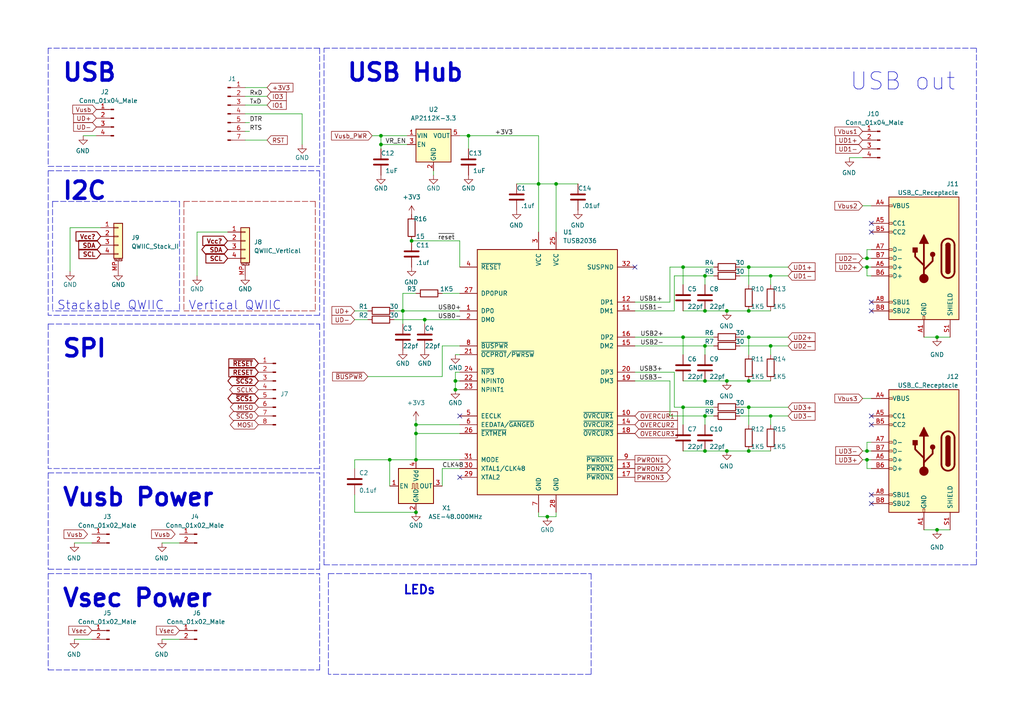
<source format=kicad_sch>
(kicad_sch (version 20211123) (generator eeschema)
  (paper "A4")
  (title_block (title "USB Hub") (rev "0.5.0") (company "The Nerd Mage"))
  (junction (at 251.46 77.47))
  (junction (at 251.46 74.93))
  (junction (at 328.93 129.54))
  (junction (at 119.38 69.85))
  (junction (at 161.29 53.34))
  (junction (at 204.47 110.49))
  (junction (at 123.19 92.71))
  (junction (at 113.03 133.35))
  (junction (at 210.82 90.17))
  (junction (at 132.08 113.03))
  (junction (at 251.46 133.35))
  (junction (at 328.93 64.77))
  (junction (at 217.17 77.47))
  (junction (at 335.28 69.85))
  (junction (at 110.49 41.91))
  (junction (at 320.04 87.63))
  (junction (at 217.17 110.49))
  (junction (at 271.78 97.79))
  (junction (at 198.12 97.79))
  (junction (at 120.65 148.59))
  (junction (at 217.17 118.11))
  (junction (at 223.52 100.33))
  (junction (at 271.78 153.67))
  (junction (at 328.93 96.52))
  (junction (at 328.93 120.65))
  (junction (at 204.47 120.65))
  (junction (at 116.84 90.17))
  (junction (at 198.12 118.11))
  (junction (at 120.65 133.35))
  (junction (at 335.28 134.62))
  (junction (at 110.49 39.37))
  (junction (at 320.04 120.65))
  (junction (at 132.08 110.49))
  (junction (at 198.12 77.47))
  (junction (at 217.17 90.17))
  (junction (at 156.21 53.34))
  (junction (at 217.17 130.81))
  (junction (at 223.52 120.65))
  (junction (at 210.82 110.49))
  (junction (at 328.93 55.88))
  (junction (at 223.52 80.01))
  (junction (at 120.65 123.19))
  (junction (at 217.17 97.79))
  (junction (at 204.47 100.33))
  (junction (at 204.47 80.01))
  (junction (at 320.04 55.88))
  (junction (at 135.89 39.37))
  (junction (at 335.28 101.6))
  (junction (at 120.65 125.73))
  (junction (at 210.82 130.81))
  (junction (at 328.93 87.63))
  (junction (at 204.47 90.17))
  (junction (at 251.46 130.81))
  (junction (at 158.75 149.86))
  (junction (at 204.47 130.81))
  (no_connect (at 252.73 90.17))
  (no_connect (at 184.15 77.47))
  (no_connect (at 252.73 123.19))
  (no_connect (at 252.73 67.31))
  (no_connect (at 133.35 138.43))
  (no_connect (at 252.73 64.77))
  (no_connect (at 252.73 120.65))
  (no_connect (at 252.73 146.05))
  (no_connect (at 252.73 143.51))
  (no_connect (at 133.35 120.65))
  (no_connect (at 252.73 87.63))
  (wire (pts (xy 132.08 107.95) (xy 132.08 110.49)))
  (wire (pts (xy 252.73 115.57) (xy 250.19 115.57)))
  (wire (pts (xy 214.63 77.47) (xy 217.17 77.47)))
  (wire (pts (xy 337.82 25.4) (xy 332.74 25.4)))
  (wire (pts (xy 252.73 130.81) (xy 251.46 130.81)))
  (wire (pts (xy 133.35 39.37) (xy 135.89 39.37)))
  (wire (pts (xy 204.47 80.01) (xy 204.47 82.55)))
  (wire (pts (xy 217.17 118.11) (xy 228.6 118.11)))
  (wire (pts (xy 328.93 120.65) (xy 336.55 120.65)))
  (wire (pts (xy 204.47 100.33) (xy 204.47 102.87)))
  (wire (pts (xy 110.49 41.91) (xy 110.49 43.18)))
  (wire (pts (xy 367.03 88.9) (xy 375.92 88.9)))
  (wire (pts (xy 320.04 55.88) (xy 328.93 55.88)))
  (polyline (pts (xy 95.25 166.37) (xy 171.45 166.37)))
  (wire (pts (xy 71.12 25.4) (xy 77.47 25.4)))
  (wire (pts (xy 367.03 138.43) (xy 375.92 138.43)))
  (wire (pts (xy 198.12 102.87) (xy 198.12 97.79)))
  (wire (pts (xy 132.08 113.03) (xy 133.35 113.03)))
  (wire (pts (xy 223.52 100.33) (xy 223.52 102.87)))
  (wire (pts (xy 336.55 87.63) (xy 336.55 88.9)))
  (wire (pts (xy 161.29 149.86) (xy 158.75 149.86)))
  (polyline (pts (xy 13.97 194.31) (xy 92.71 194.31)))
  (wire (pts (xy 313.69 96.52) (xy 328.93 96.52)))
  (wire (pts (xy 118.11 41.91) (xy 110.49 41.91)))
  (polyline (pts (xy 95.25 166.37) (xy 95.25 195.58)))
  (wire (pts (xy 156.21 53.34) (xy 156.21 67.31)))
  (wire (pts (xy 128.27 85.09) (xy 133.35 85.09)))
  (wire (pts (xy 198.12 123.19) (xy 198.12 118.11)))
  (polyline (pts (xy 92.71 194.31) (xy 92.71 166.37)))
  (wire (pts (xy 336.55 96.52) (xy 336.55 93.98)))
  (wire (pts (xy 184.15 97.79) (xy 198.12 97.79)))
  (polyline (pts (xy 92.71 91.44) (xy 13.97 91.44)))
  (wire (pts (xy 370.84 134.62) (xy 370.84 132.08)))
  (wire (pts (xy 328.93 55.88) (xy 336.55 55.88)))
  (wire (pts (xy 335.28 91.44) (xy 335.28 101.6)))
  (wire (pts (xy 335.28 59.69) (xy 335.28 69.85)))
  (polyline (pts (xy 53.34 58.42) (xy 91.44 58.42)) (stroke (width 0) (color 155 0 0 1)))
  (wire (pts (xy 251.46 77.47) (xy 250.19 77.47)))
  (wire (pts (xy 320.04 87.63) (xy 328.93 87.63)))
  (wire (pts (xy 156.21 53.34) (xy 156.21 39.37)))
  (wire (pts (xy 335.28 134.62) (xy 370.84 134.62)))
  (wire (pts (xy 195.58 90.17) (xy 195.58 80.01)))
  (wire (pts (xy 223.52 120.65) (xy 223.52 123.19)))
  (wire (pts (xy 320.04 134.62) (xy 335.28 134.62)))
  (wire (pts (xy 184.15 110.49) (xy 194.31 110.49)))
  (wire (pts (xy 214.63 120.65) (xy 223.52 120.65)))
  (wire (pts (xy 195.58 107.95) (xy 195.58 118.11)))
  (wire (pts (xy 71.12 30.48) (xy 77.47 30.48)))
  (wire (pts (xy 128.27 100.33) (xy 128.27 109.22)))
  (wire (pts (xy 204.47 110.49) (xy 210.82 110.49)))
  (wire (pts (xy 217.17 77.47) (xy 228.6 77.47)))
  (wire (pts (xy 133.35 102.87) (xy 132.08 102.87)))
  (wire (pts (xy 161.29 53.34) (xy 167.64 53.34)))
  (wire (pts (xy 214.63 100.33) (xy 223.52 100.33)))
  (wire (pts (xy 29.21 66.04) (xy 20.32 66.04)))
  (wire (pts (xy 204.47 100.33) (xy 207.01 100.33)))
  (wire (pts (xy 320.04 120.65) (xy 328.93 120.65)))
  (wire (pts (xy 210.82 110.49) (xy 217.17 110.49)))
  (wire (pts (xy 204.47 80.01) (xy 207.01 80.01)))
  (wire (pts (xy 156.21 149.86) (xy 156.21 148.59)))
  (polyline (pts (xy 53.34 58.42) (xy 53.34 90.17)) (stroke (width 0) (color 155 0 0 1)))
  (wire (pts (xy 320.04 101.6) (xy 335.28 101.6)))
  (wire (pts (xy 123.19 92.71) (xy 133.35 92.71)))
  (wire (pts (xy 133.35 69.85) (xy 133.35 77.47)))
  (wire (pts (xy 252.73 133.35) (xy 251.46 133.35)))
  (polyline (pts (xy 13.97 49.53) (xy 92.71 49.53)))
  (wire (pts (xy 184.15 100.33) (xy 204.47 100.33)))
  (polyline (pts (xy 13.97 166.37) (xy 92.71 166.37)))
  (wire (pts (xy 195.58 80.01) (xy 204.47 80.01)))
  (wire (pts (xy 132.08 110.49) (xy 132.08 113.03)))
  (wire (pts (xy 198.12 82.55) (xy 198.12 77.47)))
  (wire (pts (xy 252.73 74.93) (xy 251.46 74.93)))
  (wire (pts (xy 223.52 80.01) (xy 228.6 80.01)))
  (polyline (pts (xy 92.71 93.98) (xy 92.71 135.89)))
  (wire (pts (xy 370.84 101.6) (xy 370.84 99.06)))
  (wire (pts (xy 102.87 90.17) (xy 106.68 90.17)))
  (wire (pts (xy 149.86 53.34) (xy 156.21 53.34)))
  (wire (pts (xy 251.46 133.35) (xy 251.46 135.89)))
  (polyline (pts (xy 171.45 195.58) (xy 95.25 195.58)))
  (wire (pts (xy 107.95 39.37) (xy 110.49 39.37)))
  (wire (pts (xy 217.17 118.11) (xy 217.17 123.19)))
  (wire (pts (xy 184.15 87.63) (xy 194.31 87.63)))
  (wire (pts (xy 217.17 110.49) (xy 223.52 110.49)))
  (wire (pts (xy 313.69 55.88) (xy 320.04 55.88)))
  (wire (pts (xy 195.58 118.11) (xy 198.12 118.11)))
  (polyline (pts (xy 15.24 58.42) (xy 52.07 58.42)))
  (wire (pts (xy 198.12 77.47) (xy 207.01 77.47)))
  (wire (pts (xy 267.97 153.67) (xy 271.78 153.67)))
  (wire (pts (xy 251.46 74.93) (xy 250.19 74.93)))
  (wire (pts (xy 250.19 45.72) (xy 246.38 45.72)))
  (wire (pts (xy 251.46 77.47) (xy 251.46 80.01)))
  (wire (pts (xy 27.94 39.37) (xy 24.13 39.37)))
  (wire (pts (xy 336.55 124.46) (xy 335.28 124.46)))
  (wire (pts (xy 198.12 97.79) (xy 207.01 97.79)))
  (wire (pts (xy 116.84 90.17) (xy 116.84 93.98)))
  (wire (pts (xy 161.29 148.59) (xy 161.29 149.86)))
  (wire (pts (xy 335.28 69.85) (xy 370.84 69.85)))
  (wire (pts (xy 320.04 69.85) (xy 335.28 69.85)))
  (wire (pts (xy 161.29 53.34) (xy 161.29 67.31)))
  (wire (pts (xy 367.03 62.23) (xy 367.03 73.66)))
  (wire (pts (xy 223.52 80.01) (xy 223.52 82.55)))
  (wire (pts (xy 123.19 92.71) (xy 123.19 93.98)))
  (wire (pts (xy 313.69 120.65) (xy 320.04 120.65)))
  (wire (pts (xy 251.46 130.81) (xy 250.19 130.81)))
  (wire (pts (xy 120.65 133.35) (xy 113.03 133.35)))
  (wire (pts (xy 110.49 41.91) (xy 110.49 39.37)))
  (polyline (pts (xy 93.98 163.83) (xy 93.98 13.97)))
  (wire (pts (xy 336.55 64.77) (xy 336.55 62.23)))
  (wire (pts (xy 120.65 125.73) (xy 120.65 133.35)))
  (wire (pts (xy 125.73 50.8) (xy 125.73 49.53)))
  (polyline (pts (xy 92.71 13.97) (xy 13.97 13.97)))
  (wire (pts (xy 106.68 109.22) (xy 128.27 109.22)))
  (wire (pts (xy 336.55 59.69) (xy 335.28 59.69)))
  (wire (pts (xy 120.65 123.19) (xy 120.65 125.73)))
  (wire (pts (xy 271.78 97.79) (xy 275.59 97.79)))
  (wire (pts (xy 367.03 59.69) (xy 370.84 59.69)))
  (wire (pts (xy 135.89 39.37) (xy 156.21 39.37)))
  (wire (pts (xy 135.89 39.37) (xy 135.89 43.18)))
  (polyline (pts (xy 91.44 58.42) (xy 91.44 90.17)) (stroke (width 0) (color 155 0 0 1)))
  (wire (pts (xy 66.04 69.85) (xy 65.9851 69.8684)))
  (wire (pts (xy 313.69 129.54) (xy 328.93 129.54)))
  (polyline (pts (xy 15.24 58.42) (xy 15.24 90.17)))
  (wire (pts (xy 71.12 40.64) (xy 77.47 40.64)))
  (wire (pts (xy 336.55 120.65) (xy 336.55 121.92)))
  (wire (pts (xy 128.27 135.89) (xy 133.35 135.89)))
  (wire (pts (xy 367.03 73.66) (xy 375.92 73.66)))
  (polyline (pts (xy 93.98 13.97) (xy 283.21 13.97)))
  (wire (pts (xy 158.75 149.86) (xy 156.21 149.86)))
  (wire (pts (xy 350.52 25.4) (xy 359.41 25.4)))
  (wire (pts (xy 87.63 33.02) (xy 71.12 33.02)))
  (wire (pts (xy 210.82 90.17) (xy 217.17 90.17)))
  (polyline (pts (xy 13.97 137.16) (xy 13.97 165.1)))
  (wire (pts (xy 251.46 72.39) (xy 251.46 74.93)))
  (polyline (pts (xy 92.71 49.53) (xy 92.71 91.44)))
  (wire (pts (xy 46.99 157.48) (xy 52.07 157.48)))
  (wire (pts (xy 252.73 59.69) (xy 250.19 59.69)))
  (wire (pts (xy 194.31 110.49) (xy 194.31 120.65)))
  (wire (pts (xy 367.03 91.44) (xy 370.84 91.44)))
  (wire (pts (xy 21.59 157.48) (xy 26.67 157.48)))
  (wire (pts (xy 367.03 121.92) (xy 375.92 121.92)))
  (wire (pts (xy 71.12 38.1) (xy 72.39 38.1)))
  (wire (pts (xy 223.52 100.33) (xy 228.6 100.33)))
  (wire (pts (xy 114.3 90.17) (xy 116.84 90.17)))
  (wire (pts (xy 252.73 80.01) (xy 251.46 80.01)))
  (wire (pts (xy 335.28 124.46) (xy 335.28 134.62)))
  (polyline (pts (xy 13.97 93.98) (xy 92.71 93.98)))
  (wire (pts (xy 120.65 121.92) (xy 120.65 123.19)))
  (wire (pts (xy 71.12 27.94) (xy 77.47 27.94)))
  (wire (pts (xy 57.15 67.31) (xy 57.15 80.01)))
  (wire (pts (xy 198.12 90.17) (xy 204.47 90.17)))
  (wire (pts (xy 194.31 120.65) (xy 204.47 120.65)))
  (polyline (pts (xy 13.97 166.37) (xy 13.97 194.31)))
  (wire (pts (xy 367.03 105.41) (xy 375.92 105.41)))
  (wire (pts (xy 194.31 77.47) (xy 198.12 77.47)))
  (polyline (pts (xy 91.44 90.17) (xy 53.34 90.17)) (stroke (width 0) (color 155 0 0 1)))
  (wire (pts (xy 320.04 63.5) (xy 320.04 69.85)))
  (wire (pts (xy 336.55 55.88) (xy 336.55 57.15)))
  (wire (pts (xy 156.21 53.34) (xy 161.29 53.34)))
  (wire (pts (xy 214.63 97.79) (xy 217.17 97.79)))
  (polyline (pts (xy 13.97 13.97) (xy 13.97 48.26)))
  (wire (pts (xy 367.03 93.98) (xy 367.03 105.41)))
  (wire (pts (xy 132.08 107.95) (xy 133.35 107.95)))
  (wire (pts (xy 113.03 133.35) (xy 102.87 133.35)))
  (wire (pts (xy 198.12 130.81) (xy 204.47 130.81)))
  (wire (pts (xy 120.65 123.19) (xy 133.35 123.19)))
  (wire (pts (xy 252.73 77.47) (xy 251.46 77.47)))
  (wire (pts (xy 46.99 185.42) (xy 52.07 185.42)))
  (wire (pts (xy 116.84 90.17) (xy 133.35 90.17)))
  (wire (pts (xy 328.93 63.5) (xy 328.93 64.77)))
  (wire (pts (xy 128.27 135.89) (xy 128.27 140.97)))
  (polyline (pts (xy 13.97 137.16) (xy 92.71 137.16)))
  (wire (pts (xy 198.12 118.11) (xy 207.01 118.11)))
  (polyline (pts (xy 52.07 90.17) (xy 15.24 90.17)))
  (wire (pts (xy 204.47 90.17) (xy 210.82 90.17)))
  (wire (pts (xy 198.12 110.49) (xy 204.47 110.49)))
  (wire (pts (xy 251.46 133.35) (xy 250.19 133.35)))
  (wire (pts (xy 217.17 90.17) (xy 223.52 90.17)))
  (wire (pts (xy 110.49 39.37) (xy 118.11 39.37)))
  (wire (pts (xy 132.08 110.49) (xy 133.35 110.49)))
  (wire (pts (xy 66.04 67.31) (xy 57.15 67.31)))
  (wire (pts (xy 271.78 153.67) (xy 275.59 153.67)))
  (wire (pts (xy 328.93 95.25) (xy 328.93 96.52)))
  (wire (pts (xy 217.17 130.81) (xy 223.52 130.81)))
  (wire (pts (xy 210.82 130.81) (xy 217.17 130.81)))
  (wire (pts (xy 313.69 87.63) (xy 320.04 87.63)))
  (wire (pts (xy 116.84 85.09) (xy 116.84 90.17)))
  (wire (pts (xy 120.65 133.35) (xy 133.35 133.35)))
  (wire (pts (xy 214.63 80.01) (xy 223.52 80.01)))
  (wire (pts (xy 214.63 118.11) (xy 217.17 118.11)))
  (wire (pts (xy 87.63 41.91) (xy 87.63 33.02)))
  (polyline (pts (xy 52.07 58.42) (xy 52.07 90.17)))
  (polyline (pts (xy 93.98 163.83) (xy 283.21 163.83)))
  (wire (pts (xy 133.35 125.73) (xy 120.65 125.73)))
  (wire (pts (xy 102.87 148.59) (xy 120.65 148.59)))
  (wire (pts (xy 328.93 129.54) (xy 336.55 129.54)))
  (wire (pts (xy 370.84 69.85) (xy 370.84 67.31)))
  (wire (pts (xy 217.17 77.47) (xy 217.17 82.55)))
  (wire (pts (xy 252.73 72.39) (xy 251.46 72.39)))
  (wire (pts (xy 335.28 101.6) (xy 370.84 101.6)))
  (polyline (pts (xy 92.71 165.1) (xy 92.71 137.16)))
  (wire (pts (xy 20.32 66.04) (xy 20.32 78.74)))
  (wire (pts (xy 204.47 120.65) (xy 204.47 123.19)))
  (wire (pts (xy 223.52 120.65) (xy 228.6 120.65)))
  (wire (pts (xy 367.03 127) (xy 367.03 138.43)))
  (wire (pts (xy 320.04 128.27) (xy 320.04 134.62)))
  (wire (pts (xy 133.35 100.33) (xy 128.27 100.33)))
  (wire (pts (xy 252.73 135.89) (xy 251.46 135.89)))
  (wire (pts (xy 336.55 91.44) (xy 335.28 91.44)))
  (wire (pts (xy 320.04 95.25) (xy 320.04 101.6)))
  (wire (pts (xy 328.93 87.63) (xy 336.55 87.63)))
  (wire (pts (xy 217.17 97.79) (xy 228.6 97.79)))
  (wire (pts (xy 252.73 128.27) (xy 251.46 128.27)))
  (wire (pts (xy 102.87 133.35) (xy 102.87 135.89)))
  (polyline (pts (xy 92.71 13.97) (xy 92.71 48.26)))
  (polyline (pts (xy 171.45 166.37) (xy 171.45 195.58)))
  (wire (pts (xy 367.03 124.46) (xy 370.84 124.46)))
  (wire (pts (xy 217.17 97.79) (xy 217.17 102.87)))
  (wire (pts (xy 367.03 57.15) (xy 375.92 57.15)))
  (wire (pts (xy 194.31 87.63) (xy 194.31 77.47)))
  (wire (pts (xy 114.3 92.71) (xy 123.19 92.71)))
  (wire (pts (xy 313.69 64.77) (xy 328.93 64.77)))
  (polyline (pts (xy 13.97 93.98) (xy 13.97 135.89)))
  (wire (pts (xy 119.38 69.85) (xy 133.35 69.85)))
  (wire (pts (xy 184.15 90.17) (xy 195.58 90.17)))
  (wire (pts (xy 267.97 97.79) (xy 271.78 97.79)))
  (wire (pts (xy 71.12 35.56) (xy 72.39 35.56)))
  (polyline (pts (xy 283.21 163.83) (xy 283.21 13.97)))
  (wire (pts (xy 120.65 85.09) (xy 116.84 85.09)))
  (polyline (pts (xy 13.97 48.26) (xy 92.71 48.26)))
  (wire (pts (xy 204.47 130.81) (xy 210.82 130.81)))
  (wire (pts (xy 204.47 120.65) (xy 207.01 120.65)))
  (wire (pts (xy 336.55 129.54) (xy 336.55 127)))
  (wire (pts (xy 184.15 107.95) (xy 195.58 107.95)))
  (wire (pts (xy 328.93 128.27) (xy 328.93 129.54)))
  (polyline (pts (xy 13.97 165.1) (xy 92.71 165.1)))
  (wire (pts (xy 328.93 64.77) (xy 336.55 64.77)))
  (polyline (pts (xy 92.71 135.89) (xy 13.97 135.89)))
  (wire (pts (xy 21.59 185.42) (xy 26.67 185.42)))
  (wire (pts (xy 113.03 133.35) (xy 113.03 140.97)))
  (wire (pts (xy 328.93 96.52) (xy 336.55 96.52)))
  (wire (pts (xy 251.46 128.27) (xy 251.46 130.81)))
  (wire (pts (xy 102.87 143.51) (xy 102.87 148.59)))
  (wire (pts (xy 102.87 92.71) (xy 106.68 92.71)))
  (polyline (pts (xy 13.97 49.53) (xy 13.97 91.44)))
  (text "USB out" (at 246.38 26.67 0) (effects (font (size 5 5)) (justify left bottom)))
  (text "Vusb Power" (at 17.78 147.32 0) (effects (font (size 5 5) (thickness 1) bold) (justify left bottom)))
  (text "I2C" (at 17.78 58.42 0) (effects (font (size 5 5) (thickness 1) bold) (justify left bottom)))
  (text "Stackable QWIIC" (at 16.51 90.17 0) (effects (font (size 2.54 2.54)) (justify left bottom)))
  (text "SPI" (at 17.78 104.14 0) (effects (font (size 5 5) (thickness 1) bold) (justify left bottom)))
  (text "Vsec Power" (at 17.78 176.53 0) (effects (font (size 5 5) (thickness 1) bold) (justify left bottom)))
  (text "USB" (at 17.78 24.13 0) (effects (font (size 5 5) (thickness 1) bold) (justify left bottom)))
  (text "USB Hub" (at 100.33 24.13 0) (effects (font (size 5 5) (thickness 1) bold) (justify left bottom)))
  (text "Vertical QWIIC" (at 54.61 90.17 0) (effects (font (size 2.54 2.54)) (justify left bottom)))
  (text "LEDs" (at 116.84 172.72 180) (effects (font (size 2.54 2.54) (thickness 0.508) bold) (justify left bottom)))
  (label "VR_EN" (at 111.76 41.91 0))
  (label "USB0+" (at 127 90.17 0))
  (label "+3V3" (at 143.51 39.37 0))
  (label "TxD" (at 72.39 30.48 0))
  (label "USB2+" (at 185.7202 97.79 0))
  (label "USB1+" (at 185.42 87.63 0))
  (label "~{reset}" (at 127 69.85 0))
  (label "USB1-" (at 185.42 90.17 0))
  (label "USB2-" (at 185.7202 100.33 0))
  (label "DTR" (at 72.39 35.56 0))
  (label "USB0-" (at 127 92.71 0))
  (label "RTS" (at 72.39 38.1 0))
  (label "RxD" (at 72.39 27.94 0))
  (label "CLK48" (at 128.27 135.89 0))
  (label "USB3-" (at 185.42 110.49 0))
  (label "USB3+" (at 185.42 107.95 0))
  (global_label "Vusb" (shape input) (at 308.61 25.4 180) (property "Intersheet References" "${INTERSHEET_REFS}" (effects hide)))
  (global_label "UD2+" (shape input) (at 228.6 97.79 0) (property "Intersheet References" "${INTERSHEET_REFS}" (effects hide)))
  (global_label "UD3+" (shape input) (at 228.6 118.11 0) (property "Intersheet References" "${INTERSHEET_REFS}" (effects hide)))
  (global_label "OVERCUR2" (shape input) (at 184.15 123.19 0) (property "Intersheet References" "${INTERSHEET_REFS}" (effects hide)))
  (global_label "UD3-" (shape input) (at 401.32 124.46 180) (property "Intersheet References" "${INTERSHEET_REFS}" (effects hide)))
  (global_label "Vbus2" (shape input) (at 250.19 59.69 180) (property "Intersheet References" "${INTERSHEET_REFS}" (effects hide)))
  (global_label "UD+" (shape input) (at 102.87 90.17 180) (property "Intersheet References" "${INTERSHEET_REFS}" (effects hide)))
  (global_label "Vcc?" (shape input) (at 29.21 68.58 180) (effects (font (thickness 0.254) bold)) (property "Intersheet References" "${INTERSHEET_REFS}" (effects hide)))
  (global_label "Vusb" (shape input) (at 27.94 31.75 180) (property "Intersheet References" "${INTERSHEET_REFS}" (effects hide)))
  (global_label "SCL" (shape input) (at 66.04 74.93 180) (effects (font (thickness 0.254) bold)) (property "Intersheet References" "${INTERSHEET_REFS}" (effects hide)))
  (global_label "UD-" (shape input) (at 102.87 92.71 180) (property "Intersheet References" "${INTERSHEET_REFS}" (effects hide)))
  (global_label "Vusb_PWR" (shape input) (at 314.96 29.21 270) (property "Intersheet References" "${INTERSHEET_REFS}" (effects hide)))
  (global_label "~{SCS}0" (shape bidirectional) (at 74.93 120.65 180) (property "Intersheet References" "${INTERSHEET_REFS}" (effects hide)))
  (global_label "SDA" (shape bidirectional) (at 66.04 72.39 180) (effects (font bold)) (property "Intersheet References" "${INTERSHEET_REFS}" (effects hide)))
  (global_label "Vusb" (shape input) (at 25.4 154.94 180) (property "Intersheet References" "${INTERSHEET_REFS}" (effects hide)))
  (global_label "MOSI" (shape bidirectional) (at 74.93 123.19 180) (property "Intersheet References" "${INTERSHEET_REFS}" (effects hide)))
  (global_label "IO3" (shape input) (at 77.47 27.94 0) (property "Intersheet References" "${INTERSHEET_REFS}" (effects hide)))
  (global_label "UD+" (shape input) (at 401.32 34.29 180) (property "Intersheet References" "${INTERSHEET_REFS}" (effects hide)))
  (global_label "Vusb" (shape input) (at 50.8 154.94 180) (property "Intersheet References" "${INTERSHEET_REFS}" (effects hide)))
  (global_label "Vsec" (shape input) (at 26.67 182.88 180) (property "Intersheet References" "${INTERSHEET_REFS}" (effects hide)))
  (global_label "IO1" (shape input) (at 77.47 30.48 0) (property "Intersheet References" "${INTERSHEET_REFS}" (effects hide)))
  (global_label "Vusb_PWR" (shape input) (at 107.95 39.37 180) (property "Intersheet References" "${INTERSHEET_REFS}" (effects hide)))
  (global_label "UD1-" (shape input) (at 401.32 59.69 180) (property "Intersheet References" "${INTERSHEET_REFS}" (effects hide)))
  (global_label "PWRON3" (shape output) (at 184.15 138.43 0) (property "Intersheet References" "${INTERSHEET_REFS}" (effects hide)))
  (global_label "UD2+" (shape input) (at 250.19 77.47 180) (property "Intersheet References" "${INTERSHEET_REFS}" (effects hide)))
  (global_label "UD2-" (shape input) (at 250.19 74.93 180) (property "Intersheet References" "${INTERSHEET_REFS}" (effects hide)))
  (global_label "Vbus3" (shape input) (at 375.92 121.92 0) (property "Intersheet References" "${INTERSHEET_REFS}" (effects hide)))
  (global_label "OVERCUR1" (shape output) (at 375.92 73.66 0) (property "Intersheet References" "${INTERSHEET_REFS}" (effects hide)))
  (global_label "UD-" (shape input) (at 27.94 36.83 180) (property "Intersheet References" "${INTERSHEET_REFS}" (effects hide)))
  (global_label "Vsec" (shape input) (at 321.31 25.4 0) (property "Intersheet References" "${INTERSHEET_REFS}" (effects hide)))
  (global_label "UD3+" (shape input) (at 250.19 133.35 180) (property "Intersheet References" "${INTERSHEET_REFS}" (effects hide)))
  (global_label "~{RESET}" (shape input) (at 74.93 105.41 180) (effects (font (thickness 0.254) bold)) (property "Intersheet References" "${INTERSHEET_REFS}" (effects hide)))
  (global_label "SCLK" (shape bidirectional) (at 74.93 113.03 180) (property "Intersheet References" "${INTERSHEET_REFS}" (effects hide)))
  (global_label "UD3+" (shape input) (at 401.32 134.62 180) (property "Intersheet References" "${INTERSHEET_REFS}" (effects hide)))
  (global_label "Vusb_PWR" (shape input) (at 313.69 120.65 180) (property "Intersheet References" "${INTERSHEET_REFS}" (effects hide)))
  (global_label "UD3-" (shape input) (at 250.19 130.81 180) (property "Intersheet References" "${INTERSHEET_REFS}" (effects hide)))
  (global_label "UD1+" (shape input) (at 250.19 40.64 180) (property "Intersheet References" "${INTERSHEET_REFS}" (effects hide)))
  (global_label "Vbus1" (shape input) (at 375.92 57.15 0) (property "Intersheet References" "${INTERSHEET_REFS}" (effects hide)))
  (global_label "UD2+" (shape input) (at 401.32 101.6 180) (property "Intersheet References" "${INTERSHEET_REFS}" (effects hide)))
  (global_label "UD-" (shape input) (at 401.32 24.13 180) (property "Intersheet References" "${INTERSHEET_REFS}" (effects hide)))
  (global_label "UD1+" (shape input) (at 228.6 77.47 0) (property "Intersheet References" "${INTERSHEET_REFS}" (effects hide)))
  (global_label "UD3-" (shape input) (at 228.6 120.65 0) (property "Intersheet References" "${INTERSHEET_REFS}" (effects hide)))
  (global_label "OVERCUR3" (shape output) (at 375.92 138.43 0) (property "Intersheet References" "${INTERSHEET_REFS}" (effects hide)))
  (global_label "UD1+" (shape input) (at 401.32 69.85 180) (property "Intersheet References" "${INTERSHEET_REFS}" (effects hide)))
  (global_label "SDA" (shape input) (at 29.21 71.12 180) (effects (font bold)) (property "Intersheet References" "${INTERSHEET_REFS}" (effects hide)))
  (global_label "Vbus2" (shape input) (at 375.92 88.9 0) (property "Intersheet References" "${INTERSHEET_REFS}" (effects hide)))
  (global_label "PWRON1" (shape output) (at 184.15 133.35 0) (property "Intersheet References" "${INTERSHEET_REFS}" (effects hide)))
  (global_label "UD2-" (shape input) (at 228.6 100.33 0) (property "Intersheet References" "${INTERSHEET_REFS}" (effects hide)))
  (global_label "Vusb_PWR" (shape input) (at 313.69 55.88 180) (property "Intersheet References" "${INTERSHEET_REFS}" (effects hide)))
  (global_label "PWRON2" (shape output) (at 184.15 135.89 0) (property "Intersheet References" "${INTERSHEET_REFS}" (effects hide)))
  (global_label "~{BUSPWR}" (shape input) (at 106.68 109.22 180) (property "Intersheet References" "${INTERSHEET_REFS}" (effects hide)))
  (global_label "OVERCUR3" (shape input) (at 184.15 125.73 0) (property "Intersheet References" "${INTERSHEET_REFS}" (effects hide)))
  (global_label "Vbus1" (shape input) (at 250.19 38.1 180) (property "Intersheet References" "${INTERSHEET_REFS}" (effects hide)))
  (global_label "UD1-" (shape input) (at 228.6 80.01 0) (property "Intersheet References" "${INTERSHEET_REFS}" (effects hide)))
  (global_label "Vcc?" (shape input) (at 65.9851 69.8684 180) (effects (font (thickness 0.254) bold)) (property "Intersheet References" "${INTERSHEET_REFS}" (effects hide)))
  (global_label "~{SCS}2" (shape bidirectional) (at 74.93 110.49 180) (effects (font (thickness 0.254) bold)) (property "Intersheet References" "${INTERSHEET_REFS}" (effects hide)))
  (global_label "+3V3" (shape input) (at 77.47 25.4 0) (property "Intersheet References" "${INTERSHEET_REFS}" (effects hide)))
  (global_label "OVERCUR2" (shape output) (at 375.92 105.41 0) (property "Intersheet References" "${INTERSHEET_REFS}" (effects hide)))
  (global_label "~{SCS}1" (shape bidirectional) (at 74.93 115.57 180) (effects (font (thickness 0.254) bold)) (property "Intersheet References" "${INTERSHEET_REFS}" (effects hide)))
  (global_label "PWRON3" (shape input) (at 313.69 129.54 180) (property "Intersheet References" "${INTERSHEET_REFS}" (effects hide)))
  (global_label "UD1-" (shape input) (at 250.19 43.18 180) (property "Intersheet References" "${INTERSHEET_REFS}" (effects hide)))
  (global_label "SCL" (shape input) (at 29.21 73.66 180) (effects (font (thickness 0.254) bold)) (property "Intersheet References" "${INTERSHEET_REFS}" (effects hide)))
  (global_label "Vbus3" (shape input) (at 250.19 115.57 180) (property "Intersheet References" "${INTERSHEET_REFS}" (effects hide)))
  (global_label "MISO" (shape bidirectional) (at 74.93 118.11 180) (property "Intersheet References" "${INTERSHEET_REFS}" (effects hide)))
  (global_label "PWRON2" (shape input) (at 313.69 96.52 180) (property "Intersheet References" "${INTERSHEET_REFS}" (effects hide)))
  (global_label "Vsec" (shape input) (at 52.07 182.88 180) (property "Intersheet References" "${INTERSHEET_REFS}" (effects hide)))
  (global_label "Vusb_PWR" (shape input) (at 313.69 87.63 180) (property "Intersheet References" "${INTERSHEET_REFS}" (effects hide)))
  (global_label "OVERCUR1" (shape input) (at 184.15 120.65 0) (property "Intersheet References" "${INTERSHEET_REFS}" (effects hide)))
  (global_label "RESET" (shape input) (at 74.93 107.95 180) (effects (font (thickness 0.254) bold)) (property "Intersheet References" "${INTERSHEET_REFS}" (effects hide)))
  (global_label "PWRON1" (shape input) (at 313.69 64.77 180) (property "Intersheet References" "${INTERSHEET_REFS}" (effects hide)))
  (global_label "~{BUSPWR}" (shape input) (at 344.17 29.21 270) (property "Intersheet References" "${INTERSHEET_REFS}" (effects hide)))
  (global_label "UD2-" (shape input) (at 401.32 91.44 180) (property "Intersheet References" "${INTERSHEET_REFS}" (effects hide)))
  (global_label "UD+" (shape input) (at 27.94 34.29 180) (property "Intersheet References" "${INTERSHEET_REFS}" (effects hide)))
  (global_label "RST" (shape input) (at 77.47 40.64 0) (property "Intersheet References" "${INTERSHEET_REFS}" (effects hide)))
  (symbol (lib_id "Device:C") (at 116.84 97.79 0) (unit 1)
    (property "Reference" "C3" (at 116.84 95.25 0) (effects (justify left)))
    (property "Value" "22pf" (at 116.84 100.33 0) (effects (justify left)))
    (property "Footprint" "Capacitor_SMD:C_0603_1608Metric" (effects hide))
  )
  (symbol (lib_id "Device:R") (at 124.46 85.09 90) (unit 1)
    (property "Reference" "R3" (at 119.38 83.82 90))
    (property "Value" "1K5" (at 129.54 83.82 90))
    (property "Footprint" "Resistor_SMD:R_0603_1608Metric" (effects hide))
  )
  (symbol (lib_id "Device:R") (at 210.82 120.65 90) (unit 1)
    (property "Reference" "R9" (at 205.74 119.38 90))
    (property "Value" "30" (at 214.63 119.38 90))
    (property "Footprint" "Resistor_SMD:R_0603_1608Metric" (effects hide))
  )
  (symbol (lib_id "Jumper:Jumper_3_Bridged12") (at 314.96 25.4 0) (unit 1)
    (property "Reference" "JP1" (at 314.96 20.32 0))
    (property "Value" "Jumper_3_Bridged12" (at 314.96 22.86 0))
    (property "Footprint" "Jumper:SolderJumper-3_P1.3mm_Bridged2Bar12_RoundedPad1.0x1.5mm" (effects hide))
  )
  (symbol (lib_id "Device:C") (at 167.64 57.15 0) (unit 1)
    (property "Reference" "C14" (at 167.64 54.61 0) (effects (justify left)))
    (property "Value" ".01uf" (at 168.91 59.69 0) (effects (justify left)))
    (property "Footprint" "Capacitor_SMD:C_0603_1608Metric" (effects hide))
  )
  (symbol (lib_id "power:GND") (at 132.08 102.87 0) (mirror y) (unit 1)
    (property "Reference" "#PWR0132" (effects hide))
    (property "Value" "GND" (at 132.08 106.68 0))
  )
  (symbol (lib_id "power:GND") (at 125.73 50.8 0) (unit 1)
    (property "Reference" "#PWR0133" (effects hide))
    (property "Value" "GND" (at 125.73 54.61 0))
  )
  (symbol (lib_id "Device:R") (at 328.93 59.69 0) (unit 1)
    (property "Reference" "R17" (at 330.2 54.61 0))
    (property "Value" "100k" (at 331.47 63.5 0))
    (property "Footprint" "Resistor_SMD:R_0603_1608Metric" (effects hide))
  )
  (symbol (lib_id "power:GND") (at 123.19 101.6 0) (mirror y) (unit 1)
    (property "Reference" "#PWR0119" (effects hide))
    (property "Value" "GND" (at 123.19 105.41 0))
  )
  (symbol (lib_id "PGB1010603NR:PGB1010603NR") (at 401.32 91.44 0) (unit 1)
    (property "Reference" "D5" (at 411.48 87.63 0))
    (property "Value" "PGB1010603NR" (at 411.48 95.25 0))
    (property "Footprint" "Tinker:PGB1010603NRHF" (effects hide))
    (property "Reference_1" "D" (effects hide))
    (property "Value_1" "PGB1010603NR" (effects hide))
    (property "Footprint_1" "PGB1010603NRHF" (effects hide))
    (property "Datasheet_1" "https://www.littelfuse.com/data/en/data_sheets/littelfuse_pulseguard-esd_pgb1.pdf" (effects hide))
    (property "Height" "0.36" (effects hide))
    (property "Manufacturer_Name" "LITTELFUSE" (effects hide))
    (property "Manufacturer_Part_Number" "PGB1010603NR" (effects hide))
    (property "Mouser Part Number" "576-PGB1010603NR" (effects hide))
    (property "Mouser Price/Stock" "https://www.mouser.co.uk/ProductDetail/Littelfuse/PGB1010603NR?qs=gu7KAQ731UTJOoBJUwB8FA%3D%3D" (effects hide))
    (property "Arrow Part Number" "PGB1010603NR" (effects hide))
    (property "Arrow Price/Stock" "https://www.arrow.com/en/products/pgb1010603nr/littelfuse?region=nac" (effects hide))
    (property "LCSC" "C10677" (effects hide))
    (property "DigiKey" "F3591CT-ND" (effects hide))
  )
  (symbol (lib_id "power:+3V3") (at 359.41 25.4 0) (unit 1)
    (property "Reference" "#PWR0143" (effects hide))
    (property "Value" "+3V3" (at 359.41 20.32 0))
  )
  (symbol (lib_id "PGB1010603NR:PGB1010603NR") (at 401.32 59.69 0) (unit 1)
    (property "Reference" "D3" (at 411.48 55.88 0))
    (property "Value" "PGB1010603NR" (at 411.48 63.5 0))
    (property "Footprint" "Tinker:PGB1010603NRHF" (effects hide))
    (property "Reference_1" "D" (effects hide))
    (property "Value_1" "PGB1010603NR" (effects hide))
    (property "Footprint_1" "PGB1010603NRHF" (effects hide))
    (property "Datasheet_1" "https://www.littelfuse.com/data/en/data_sheets/littelfuse_pulseguard-esd_pgb1.pdf" (effects hide))
    (property "Height" "0.36" (effects hide))
    (property "Manufacturer_Name" "LITTELFUSE" (effects hide))
    (property "Manufacturer_Part_Number" "PGB1010603NR" (effects hide))
    (property "Mouser Part Number" "576-PGB1010603NR" (effects hide))
    (property "Mouser Price/Stock" "https://www.mouser.co.uk/ProductDetail/Littelfuse/PGB1010603NR?qs=gu7KAQ731UTJOoBJUwB8FA%3D%3D" (effects hide))
    (property "Arrow Part Number" "PGB1010603NR" (effects hide))
    (property "Arrow Price/Stock" "https://www.arrow.com/en/products/pgb1010603nr/littelfuse?region=nac" (effects hide))
    (property "LCSC" "C10677" (effects hide))
    (property "DigiKey" "F3591CT-ND" (effects hide))
  )
  (symbol (lib_id "power:GND") (at 271.78 153.67 0) (mirror y) (unit 1)
    (property "Reference" "#PWR0115" (effects hide))
    (property "Value" "GND" (at 271.78 158.75 0))
  )
  (symbol (lib_id "power:GND") (at 421.64 91.44 0) (unit 1)
    (property "Reference" "#PWR0139" (effects hide))
    (property "Value" "GND" (at 421.767 95.8342 0))
  )
  (symbol (lib_id "power:GND") (at 120.65 148.59 0) (unit 1)
    (property "Reference" "#PWR0125" (effects hide))
    (property "Value" "GND" (at 120.65 152.4 0))
  )
  (symbol (lib_id "power:GND") (at 421.64 101.6 0) (unit 1)
    (property "Reference" "#PWR0138" (effects hide))
    (property "Value" "GND" (at 421.64 105.41 0))
  )
  (symbol (lib_id "Device:R") (at 328.93 124.46 0) (unit 1)
    (property "Reference" "R19" (at 330.2 119.38 0))
    (property "Value" "100k" (at 331.47 128.27 0))
    (property "Footprint" "Resistor_SMD:R_0603_1608Metric" (effects hide))
  )
  (symbol (lib_id "power:GND") (at 132.08 113.03 0) (mirror y) (unit 1)
    (property "Reference" "#PWR0122" (effects hide))
    (property "Value" "GND" (at 132.08 116.84 0))
  )
  (symbol (lib_id "power:GND") (at 421.64 134.62 0) (unit 1)
    (property "Reference" "#PWR0140" (effects hide))
    (property "Value" "GND" (at 421.64 138.43 0))
  )
  (symbol (lib_id "power:GND") (at 421.64 69.85 0) (unit 1)
    (property "Reference" "#PWR0109" (effects hide))
    (property "Value" "GND" (at 421.64 73.66 0))
  )
  (symbol (lib_id "Connector:Conn_01x02_Male") (at 31.75 154.94 0) (mirror y) (unit 1)
    (property "Reference" "J3" (at 31.115 149.86 0))
    (property "Value" "Conn_01x02_Male" (at 31.115 152.4 0))
    (property "Footprint" "Tinker:Board_Stacker_2" (effects hide))
    (property "LCSC" "C2938400 + C2881511" (effects hide))
  )
  (symbol (lib_id "power:GND") (at 135.89 50.8 0) (unit 1)
    (property "Reference" "#PWR0135" (effects hide))
    (property "Value" "GND" (at 135.89 54.61 0))
  )
  (symbol (lib_id "Device:R") (at 223.52 86.36 0) (unit 1)
    (property "Reference" "R13" (at 226.06 83.82 0))
    (property "Value" "1K5" (at 226.06 88.9 0))
    (property "Footprint" "Resistor_SMD:R_0603_1608Metric" (effects hide))
  )
  (symbol (lib_id "power:GND") (at 116.84 101.6 0) (mirror y) (unit 1)
    (property "Reference" "#PWR0121" (effects hide))
    (property "Value" "GND" (at 116.84 105.41 0))
  )
  (symbol (lib_id "Device:R") (at 210.82 100.33 90) (unit 1)
    (property "Reference" "R7" (at 205.74 99.06 90))
    (property "Value" "30" (at 214.63 99.06 90))
    (property "Footprint" "Resistor_SMD:R_0603_1608Metric" (effects hide))
  )
  (symbol (lib_id "power:GND") (at 167.64 60.96 0) (mirror y) (unit 1)
    (property "Reference" "#PWR0118" (effects hide))
    (property "Value" "GND" (at 167.513 65.3542 0))
  )
  (symbol (lib_id "power:GND") (at 24.13 39.37 0) (mirror y) (unit 1)
    (property "Reference" "#PWR0106" (effects hide))
    (property "Value" "GND" (at 24.003 43.7642 0))
  )
  (symbol (lib_id "Connector:Conn_01x02_Male") (at 57.15 154.94 0) (mirror y) (unit 1)
    (property "Reference" "J4" (at 56.515 149.86 0))
    (property "Value" "Conn_01x02_Male" (at 56.515 152.4 0))
    (property "Footprint" "Tinker:Board_Stacker_2" (effects hide))
    (property "LCSC" "C2938400 + C2881511" (effects hide))
  )
  (symbol (lib_id "PGB1010603NR:PGB1010603NR") (at 401.32 101.6 0) (unit 1)
    (property "Reference" "D6" (at 411.48 97.79 0))
    (property "Value" "PGB1010603NR" (at 411.48 105.41 0))
    (property "Footprint" "Tinker:PGB1010603NRHF" (effects hide))
    (property "Reference_1" "D" (effects hide))
    (property "Value_1" "PGB1010603NR" (effects hide))
    (property "Footprint_1" "PGB1010603NRHF" (effects hide))
    (property "Datasheet_1" "https://www.littelfuse.com/data/en/data_sheets/littelfuse_pulseguard-esd_pgb1.pdf" (effects hide))
    (property "Height" "0.36" (effects hide))
    (property "Manufacturer_Name" "LITTELFUSE" (effects hide))
    (property "Manufacturer_Part_Number" "PGB1010603NR" (effects hide))
    (property "Mouser Part Number" "576-PGB1010603NR" (effects hide))
    (property "Mouser Price/Stock" "https://www.mouser.co.uk/ProductDetail/Littelfuse/PGB1010603NR?qs=gu7KAQ731UTJOoBJUwB8FA%3D%3D" (effects hide))
    (property "Arrow Part Number" "PGB1010603NR" (effects hide))
    (property "Arrow Price/Stock" "https://www.arrow.com/en/products/pgb1010603nr/littelfuse?region=nac" (effects hide))
    (property "LCSC" "C10677" (effects hide))
    (property "DigiKey" "F3591CT-ND" (effects hide))
  )
  (symbol (lib_id "Device:C") (at 123.19 97.79 0) (unit 1)
    (property "Reference" "C4" (at 123.19 95.25 0) (effects (justify left)))
    (property "Value" "22pf" (at 123.19 100.33 0) (effects (justify left)))
    (property "Footprint" "Capacitor_SMD:C_0603_1608Metric" (effects hide))
  )
  (symbol (lib_id "power:GND") (at 57.15 80.01 0) (unit 1)
    (property "Reference" "#PWR0107" (effects hide))
    (property "Value" "GND" (at 57.15 83.82 0))
  )
  (symbol (lib_id "Device:R") (at 223.52 127 0) (unit 1)
    (property "Reference" "R15" (at 226.06 124.46 0))
    (property "Value" "1K5" (at 226.06 129.54 0))
    (property "Footprint" "Resistor_SMD:R_0603_1608Metric" (effects hide))
  )
  (symbol (lib_id "power:GND") (at 421.64 59.69 0) (unit 1)
    (property "Reference" "#PWR0111" (effects hide))
    (property "Value" "GND" (at 421.767 64.0842 0))
  )
  (symbol (lib_id "power:GND") (at 335.28 134.62 0) (mirror y) (unit 1)
    (property "Reference" "#PWR0137" (effects hide))
    (property "Value" "GND" (at 335.28 138.43 0))
  )
  (symbol (lib_id "power:GND") (at 87.63 41.91 0) (unit 1)
    (property "Reference" "#PWR0103" (effects hide))
    (property "Value" "GND" (at 87.63 45.72 0))
  )
  (symbol (lib_id "Device:R") (at 217.17 86.36 0) (unit 1)
    (property "Reference" "R10" (at 219.71 83.82 0))
    (property "Value" "1K5" (at 219.71 88.9 0))
    (property "Footprint" "Resistor_SMD:R_0603_1608Metric" (effects hide))
  )
  (symbol (lib_id "Device:R") (at 119.38 66.04 0) (unit 1)
    (property "Reference" "R16" (at 121.92 63.5 0))
    (property "Value" "15" (at 121.92 68.58 0))
    (property "Footprint" "Resistor_SMD:R_0603_1608Metric" (effects hide))
  )
  (symbol (lib_id "power:GND") (at 421.64 124.46 0) (unit 1)
    (property "Reference" "#PWR0141" (effects hide))
    (property "Value" "GND" (at 421.767 128.8542 0))
  )
  (symbol (lib_id "power:GND") (at 246.38 45.72 0) (mirror y) (unit 1)
    (property "Reference" "#PWR0114" (effects hide))
    (property "Value" "GND" (at 246.253 50.1142 0))
  )
  (symbol (lib_id "Device:C") (at 204.47 127 0) (unit 1)
    (property "Reference" "C10" (at 205.74 124.46 0) (effects (justify left)))
    (property "Value" "22pf" (at 205.74 129.54 0) (effects (justify left)))
    (property "Footprint" "Capacitor_SMD:C_0603_1608Metric" (effects hide))
  )
  (symbol (lib_id "Device:R") (at 110.49 90.17 90) (unit 1)
    (property "Reference" "R1" (at 105.41 88.9 90))
    (property "Value" "30" (at 114.3 88.9 90))
    (property "Footprint" "Resistor_SMD:R_0603_1608Metric" (effects hide))
  )
  (symbol (lib_id "Device:C") (at 119.38 73.66 0) (unit 1)
    (property "Reference" "C11" (at 120.65 71.12 0) (effects (justify left)))
    (property "Value" ".1uf" (at 120.65 76.2 0) (effects (justify left)))
    (property "Footprint" "Capacitor_SMD:C_0603_1608Metric" (effects hide))
  )
  (symbol (lib_id "Connector_Generic_MountingPin:Conn_01x04_MountingPin") (at 71.12 69.85 0) (unit 1) (in_bom no) (on_board no)
    (property "Reference" "J8" (at 73.66 70.2055 0) (effects (justify left)))
    (property "Value" "QWIIC_Vertical" (at 73.66 72.7455 0) (effects (justify left)))
    (property "Footprint" "Tinker:QWIIC_Vertical" (effects hide))
    (property "LCSC" "C145961" (effects hide))
  )
  (symbol (lib_id "power:GND") (at 335.28 101.6 0) (mirror y) (unit 1)
    (property "Reference" "#PWR0136" (effects hide))
    (property "Value" "GND" (at 335.28 105.41 0))
  )
  (symbol (lib_id "power:GND") (at 21.59 157.48 0) (mirror y) (unit 1)
    (property "Reference" "#PWR0104" (effects hide))
    (property "Value" "GND" (at 21.463 161.8742 0))
  )
  (symbol (lib_id "power:GND") (at 210.82 110.49 0) (mirror y) (unit 1)
    (property "Reference" "#PWR0127" (effects hide))
    (property "Value" "GND" (at 210.693 114.8842 0))
  )
  (symbol (lib_id "power:GND") (at 158.75 149.86 0) (unit 1)
    (property "Reference" "#PWR0116" (effects hide))
    (property "Value" "GND" (at 158.75 153.67 0))
  )
  (symbol (lib_id "Device:C") (at 135.89 46.99 0) (unit 1)
    (property "Reference" "C13" (at 135.89 44.45 0) (effects (justify left)))
    (property "Value" "1uF" (at 137.16 49.53 0) (effects (justify left)))
    (property "Footprint" "Capacitor_SMD:C_0603_1608Metric" (effects hide))
  )
  (symbol (lib_id "power:GND") (at 119.38 77.47 0) (mirror y) (unit 1)
    (property "Reference" "#PWR0130" (effects hide))
    (property "Value" "GND" (at 119.253 81.8642 0))
  )
  (symbol (lib_id "Device:C") (at 320.04 124.46 0) (unit 1)
    (property "Reference" "C17" (at 321.31 121.92 0) (effects (justify left)))
    (property "Value" "0.1uf" (at 321.31 127 0) (effects (justify left)))
    (property "Footprint" "Capacitor_SMD:C_0603_1608Metric" (effects hide))
  )
  (symbol (lib_id "power:+3V3") (at 119.38 62.23 0) (unit 1)
    (property "Reference" "#PWR0129" (effects hide))
    (property "Value" "+3V3" (at 119.38 57.15 0))
  )
  (symbol (lib_id "Device:R") (at 370.84 95.25 0) (unit 1)
    (property "Reference" "R21" (at 372.11 90.17 0))
    (property "Value" "80k?" (at 373.38 99.06 0))
    (property "Footprint" "Resistor_SMD:R_0603_1608Metric" (effects hide))
  )
  (symbol (lib_id "TPS2550DBVTG4:TPS2550DBVTG4") (at 336.55 57.15 0) (unit 1)
    (property "Reference" "U3" (at 351.79 44.45 0))
    (property "Value" "TPS2550DBVTG4" (at 351.79 46.99 0))
    (property "Footprint" "Tinker:SOT-23-6" (effects hide))
    (property "Reference_1" "IC" (at 351.79 49.53 0))
    (property "Value_1" "TPS2550DBVTG4" (at 351.79 52.07 0))
    (property "Footprint_1" "SOT95P280X145-6N" (effects hide))
    (property "Datasheet_1" "https://www.ti.com/lit/ds/symlink/tps2551.pdf?ts=1639291524872&ref_url=https%253A%252F%252Fwww.google.com%252F" (effects hide))
    (property "Height" "1.45" (effects hide))
    (property "Manufacturer_Name" "Texas Instruments" (effects hide))
    (property "Manufacturer_Part_Number" "TPS2550DBVTG4" (effects hide))
    (property "Mouser Part Number" "595-TPS2550DBVTG4" (effects hide))
    (property "Mouser Price/Stock" "https://www.mouser.co.uk/ProductDetail/Texas-Instruments/TPS2550DBVTG4?qs=ql1K%252BkDau3qOVhP421dR5A%3D%3D" (effects hide))
    (property "Arrow Part Number" "TPS2550DBVTG4" (effects hide))
    (property "Arrow Price/Stock" "https://www.arrow.com/en/products/tps2550dbvtg4/texas-instruments" (effects hide))
  )
  (symbol (lib_id "power:GND") (at 210.82 90.17 0) (mirror y) (unit 1)
    (property "Reference" "#PWR0126" (effects hide))
    (property "Value" "GND" (at 210.693 94.5642 0))
  )
  (symbol (lib_id "Device:R") (at 210.82 97.79 90) (unit 1)
    (property "Reference" "R6" (at 205.74 96.52 90))
    (property "Value" "30" (at 214.63 96.52 90))
    (property "Footprint" "Resistor_SMD:R_0603_1608Metric" (effects hide))
  )
  (symbol (lib_id "Connector:Conn_01x04_Male") (at 255.27 40.64 0) (mirror y) (unit 1) (in_bom no)
    (property "Reference" "J10" (at 251.46 33.02 0) (effects (justify right)))
    (property "Value" "Conn_01x04_Male" (at 245.11 35.56 0) (effects (justify right)))
    (property "Footprint" "Tinker:PinHeader_1x04_P1.27mm_Vertical_SMD_Pin1Right" (effects hide))
  )
  (symbol (lib_id "power:+3V3") (at 120.65 121.92 0) (unit 1)
    (property "Reference" "#PWR0131" (effects hide))
    (property "Value" "+3V3" (at 120.65 116.84 0))
  )
  (symbol (lib_id "Device:R") (at 370.84 63.5 0) (unit 1)
    (property "Reference" "R20" (at 372.11 58.42 0))
    (property "Value" "80k?" (at 373.38 67.31 0))
    (property "Footprint" "Resistor_SMD:R_0603_1608Metric" (effects hide))
  )
  (symbol (lib_id "power:GND") (at 46.99 185.42 0) (mirror y) (unit 1)
    (property "Reference" "#PWR0101" (effects hide))
    (property "Value" "GND" (at 46.863 189.8142 0))
  )
  (symbol (lib_id "power:GND") (at 149.86 60.96 0) (mirror y) (unit 1)
    (property "Reference" "#PWR0117" (effects hide))
    (property "Value" "GND" (at 149.733 65.3542 0))
  )
  (symbol (lib_id "power:GND") (at 46.99 157.48 0) (mirror y) (unit 1)
    (property "Reference" "#PWR0102" (effects hide))
    (property "Value" "GND" (at 46.863 161.8742 0))
  )
  (symbol (lib_id "Device:R") (at 217.17 127 0) (unit 1)
    (property "Reference" "R12" (at 219.71 124.46 0))
    (property "Value" "1K5" (at 219.71 129.54 0))
    (property "Footprint" "Resistor_SMD:R_0603_1608Metric" (effects hide))
  )
  (symbol (lib_id "Device:R") (at 370.84 128.27 0) (unit 1)
    (property "Reference" "R22" (at 372.11 123.19 0))
    (property "Value" "80k?" (at 373.38 132.08 0))
    (property "Footprint" "Resistor_SMD:R_0603_1608Metric" (effects hide))
  )
  (symbol (lib_id "Device:C") (at 149.86 57.15 0) (unit 1)
    (property "Reference" "C1" (at 149.86 54.61 0) (effects (justify left)))
    (property "Value" ".1uf" (at 151.13 59.69 0) (effects (justify left)))
    (property "Footprint" "Capacitor_SMD:C_0603_1608Metric" (effects hide))
  )
  (symbol (lib_id "power:GND") (at 21.59 185.42 0) (mirror y) (unit 1)
    (property "Reference" "#PWR0120" (effects hide))
    (property "Value" "GND" (at 21.463 189.8142 0))
  )
  (symbol (lib_id "Device:C") (at 110.49 46.99 0) (unit 1)
    (property "Reference" "C12" (at 110.49 44.45 0) (effects (justify left)))
    (property "Value" "1uF" (at 111.76 49.53 0) (effects (justify left)))
    (property "Footprint" "Capacitor_SMD:C_0603_1608Metric" (effects hide))
  )
  (symbol (lib_id "Connector:Conn_01x07_Male") (at 66.04 33.02 0) (unit 1) (in_bom no) (on_board no)
    (property "Reference" "J1" (at 67.31 22.86 0))
    (property "Value" "Conn_01x07_Male" (effects hide))
    (property "Footprint" "Tinker:Board_Stacker_7" (effects hide))
    (property "Note" "Footprint only" (effects hide))
  )
  (symbol (lib_id "Device:R") (at 210.82 80.01 90) (unit 1)
    (property "Reference" "R5" (at 205.74 78.74 90))
    (property "Value" "30" (at 214.63 78.74 90))
    (property "Footprint" "Resistor_SMD:R_0603_1608Metric" (effects hide))
  )
  (symbol (lib_id "power:GND") (at 271.78 97.79 0) (mirror y) (unit 1)
    (property "Reference" "#PWR0112" (effects hide))
    (property "Value" "GND" (at 271.78 102.87 0))
  )
  (symbol (lib_id "Device:C") (at 320.04 59.69 0) (unit 1)
    (property "Reference" "C15" (at 321.31 57.15 0) (effects (justify left)))
    (property "Value" "0.1uf" (at 321.31 62.23 0) (effects (justify left)))
    (property "Footprint" "Capacitor_SMD:C_0603_1608Metric" (effects hide))
  )
  (symbol (lib_id "TPS2550DBVTG4:TPS2550DBVTG4") (at 336.55 121.92 0) (unit 1)
    (property "Reference" "U5" (at 351.79 109.22 0))
    (property "Value" "TPS2550DBVTG4" (at 351.79 111.76 0))
    (property "Footprint" "Tinker:SOT-23-6" (effects hide))
    (property "Reference_1" "IC" (at 351.79 114.3 0))
    (property "Value_1" "TPS2550DBVTG4" (at 351.79 116.84 0))
    (property "Footprint_1" "SOT95P280X145-6N" (effects hide))
    (property "Datasheet_1" "https://www.ti.com/lit/ds/symlink/tps2551.pdf?ts=1639291524872&ref_url=https%253A%252F%252Fwww.google.com%252F" (effects hide))
    (property "Height" "1.45" (effects hide))
    (property "Manufacturer_Name" "Texas Instruments" (effects hide))
    (property "Manufacturer_Part_Number" "TPS2550DBVTG4" (effects hide))
    (property "Mouser Part Number" "595-TPS2550DBVTG4" (effects hide))
    (property "Mouser Price/Stock" "https://www.mouser.co.uk/ProductDetail/Texas-Instruments/TPS2550DBVTG4?qs=ql1K%252BkDau3qOVhP421dR5A%3D%3D" (effects hide))
    (property "Arrow Part Number" "TPS2550DBVTG4" (effects hide))
    (property "Arrow Price/Stock" "https://www.arrow.com/en/products/tps2550dbvtg4/texas-instruments" (effects hide))
  )
  (symbol (lib_id "Regulator_Linear:AP2112K-3.3") (at 125.73 41.91 0) (unit 1)
    (property "Reference" "U2" (at 125.73 31.75 0))
    (property "Value" "AP2112K-3.3" (at 125.73 34.29 0))
    (property "Footprint" "Package_TO_SOT_SMD:SOT-23-5" (effects hide))
    (property "Datasheet" "https://www.diodes.com/assets/Datasheets/AP2112.pdf" (effects hide))
    (property "LCSC" "C51118" (effects hide))
  )
  (symbol (lib_id "usb_c_receptacle_usb2.0:USB_C_Receptacle") (at 267.97 74.93 0) (mirror y) (unit 1)
    (property "Reference" "J11" (at 278.13 53.34 0) (effects (justify left)))
    (property "Value" "USB_C_Receptacle" (at 260.35 55.88 0) (effects (justify right)))
    (property "Footprint" "Tinker:USB_C_Receptacle_HRO_TYPE-C-NARROW" (effects hide))
    (property "Datasheet" "https://www.usb.org/sites/default/files/documents/usb_type-c.zip" (effects hide))
    (property "LCSC" "C2765186" (effects hide))
  )
  (symbol (lib_id "Device:R") (at 210.82 118.11 90) (unit 1)
    (property "Reference" "R8" (at 205.74 116.84 90))
    (property "Value" "30" (at 214.63 116.84 90))
    (property "Footprint" "Resistor_SMD:R_0603_1608Metric" (effects hide))
  )
  (symbol (lib_id "power:GND") (at 332.74 25.4 0) (mirror y) (unit 1)
    (property "Reference" "#PWR0142" (effects hide))
    (property "Value" "GND" (at 332.74 29.21 0))
  )
  (symbol (lib_id "TPS2550DBVTG4:TPS2550DBVTG4") (at 336.55 88.9 0) (unit 1)
    (property "Reference" "U4" (at 351.79 76.2 0))
    (property "Value" "TPS2550DBVTG4" (at 351.79 78.74 0))
    (property "Footprint" "Tinker:SOT-23-6" (effects hide))
    (property "Reference_1" "IC" (at 351.79 81.28 0))
    (property "Value_1" "TPS2550DBVTG4" (at 351.79 83.82 0))
    (property "Footprint_1" "SOT95P280X145-6N" (effects hide))
    (property "Datasheet_1" "https://www.ti.com/lit/ds/symlink/tps2551.pdf?ts=1639291524872&ref_url=https%253A%252F%252Fwww.google.com%252F" (effects hide))
    (property "Height" "1.45" (effects hide))
    (property "Manufacturer_Name" "Texas Instruments" (effects hide))
    (property "Manufacturer_Part_Number" "TPS2550DBVTG4" (effects hide))
    (property "Mouser Part Number" "595-TPS2550DBVTG4" (effects hide))
    (property "Mouser Price/Stock" "https://www.mouser.co.uk/ProductDetail/Texas-Instruments/TPS2550DBVTG4?qs=ql1K%252BkDau3qOVhP421dR5A%3D%3D" (effects hide))
    (property "Arrow Part Number" "TPS2550DBVTG4" (effects hide))
    (property "Arrow Price/Stock" "https://www.arrow.com/en/products/tps2550dbvtg4/texas-instruments" (effects hide))
  )
  (symbol (lib_id "Connector_QWIIC_Stackable:QWIIC_Stackable") (at 34.29 68.58 0) (unit 1)
    (property "Reference" "J9" (at 38.1 68.9355 0) (effects (justify left)))
    (property "Value" "QWIIC_Stack_II" (at 38.1 71.4755 0) (effects (justify left)))
    (property "Footprint" "Tinker:QWIIC_Stack_II" (effects hide))
    (property "LCSC" "C145956 + C2938401 + C2881513" (effects hide))
  )
  (symbol (lib_id "power:GND") (at 421.64 24.13 0) (unit 1)
    (property "Reference" "#PWR0110" (effects hide))
    (property "Value" "GND" (at 421.767 28.5242 0))
  )
  (symbol (lib_id "power:GND") (at 421.64 34.29 0) (unit 1)
    (property "Reference" "#PWR0108" (effects hide))
    (property "Value" "GND" (at 421.767 38.6842 0))
  )
  (symbol (lib_id "Device:R") (at 328.93 91.44 0) (unit 1)
    (property "Reference" "R18" (at 330.2 86.36 0))
    (property "Value" "100k" (at 331.47 95.25 0))
    (property "Footprint" "Resistor_SMD:R_0603_1608Metric" (effects hide))
  )
  (symbol (lib_id "usb_c_receptacle_usb2.0:USB_C_Receptacle") (at 267.97 130.81 0) (mirror y) (unit 1)
    (property "Reference" "J12" (at 278.13 109.22 0) (effects (justify left)))
    (property "Value" "USB_C_Receptacle" (at 260.35 111.76 0) (effects (justify right)))
    (property "Footprint" "Tinker:USB_C_Receptacle_HRO_TYPE-C-NARROW" (effects hide))
    (property "Datasheet" "https://www.usb.org/sites/default/files/documents/usb_type-c.zip" (effects hide))
    (property "LCSC" "C2765186" (effects hide))
  )
  (symbol (lib_id "Connector:Conn_01x02_Male") (at 57.15 182.88 0) (mirror y) (unit 1)
    (property "Reference" "J6" (at 55.88 177.8 0) (effects (justify right)))
    (property "Value" "Conn_01x02_Male" (at 48.26 180.34 0) (effects (justify right)))
    (property "Footprint" "Tinker:Board_Stacker_2" (effects hide))
    (property "LCSC" "C2938400 + C2881511" (effects hide))
  )
  (symbol (lib_id "Device:R") (at 110.49 92.71 90) (unit 1)
    (property "Reference" "R2" (at 105.41 91.44 90))
    (property "Value" "30" (at 114.3 91.44 90))
    (property "Footprint" "Resistor_SMD:R_0603_1608Metric" (effects hide))
  )
  (symbol (lib_id "Interface_USB:TUSB2036") (at 158.75 107.95 0) (unit 1)
    (property "Reference" "U1" (at 163.3094 67.31 0) (effects (justify left)))
    (property "Value" "TUSB2036" (at 163.3094 69.85 0) (effects (justify left)))
    (property "Footprint" "Package_QFP:LQFP-32_7x7mm_P0.8mm" (effects hide))
    (property "Datasheet" "http://www.ti.com/lit/ds/symlink/tusb2036.pdf" (effects hide))
  )
  (symbol (lib_id "Device:R") (at 223.52 106.68 0) (unit 1)
    (property "Reference" "R14" (at 226.06 104.14 0))
    (property "Value" "1K5" (at 226.06 109.22 0))
    (property "Footprint" "Resistor_SMD:R_0603_1608Metric" (effects hide))
  )
  (symbol (lib_id "Device:R") (at 210.82 77.47 90) (unit 1)
    (property "Reference" "R4" (at 205.74 76.2 90))
    (property "Value" "30" (at 214.63 76.2 90))
    (property "Footprint" "Resistor_SMD:R_0603_1608Metric" (effects hide))
  )
  (symbol (lib_id "Device:R") (at 217.17 106.68 0) (unit 1)
    (property "Reference" "R11" (at 219.71 104.14 0))
    (property "Value" "1K5" (at 219.71 109.22 0))
    (property "Footprint" "Resistor_SMD:R_0603_1608Metric" (effects hide))
  )
  (symbol (lib_id "Device:C") (at 320.04 91.44 0) (unit 1)
    (property "Reference" "C16" (at 321.31 88.9 0) (effects (justify left)))
    (property "Value" "0.1uf" (at 321.31 93.98 0) (effects (justify left)))
    (property "Footprint" "Capacitor_SMD:C_0603_1608Metric" (effects hide))
  )
  (symbol (lib_id "Device:C") (at 204.47 86.36 0) (unit 1)
    (property "Reference" "C8" (at 205.74 83.82 0) (effects (justify left)))
    (property "Value" "22pf" (at 205.74 88.9 0) (effects (justify left)))
    (property "Footprint" "Capacitor_SMD:C_0603_1608Metric" (effects hide))
  )
  (symbol (lib_id "Device:C") (at 198.12 127 0) (unit 1)
    (property "Reference" "C7" (at 199.39 124.46 0) (effects (justify left)))
    (property "Value" "22pf" (at 199.39 129.54 0) (effects (justify left)))
    (property "Footprint" "Capacitor_SMD:C_0603_1608Metric" (effects hide))
  )
  (symbol (lib_id "power:GND") (at 110.49 50.8 0) (unit 1)
    (property "Reference" "#PWR0134" (effects hide))
    (property "Value" "GND" (at 110.49 54.61 0))
  )
  (symbol (lib_id "power:GND") (at 34.29 78.74 0) (unit 1)
    (property "Reference" "#PWR0123" (effects hide))
    (property "Value" "GND" (at 34.29 82.55 0))
  )
  (symbol (lib_id "Connector:Conn_01x08_Male") (at 80.01 113.03 0) (mirror y) (unit 1)
    (property "Reference" "J7" (at 81.28 114.2999 0) (effects (justify right)))
    (property "Value" "Conn_01x08_Male" (effects hide))
    (property "Footprint" "Tinker:PinHeader_2x04_P1.27mm_Vertical" (effects hide))
    (property "LCSC" "C2881786 + C2684732" (effects hide))
  )
  (symbol (lib_id "PGB1010603NR:PGB1010603NR") (at 401.32 34.29 0) (unit 1)
    (property "Reference" "D2" (at 411.48 30.48 0))
    (property "Value" "PGB1010603NR" (at 411.48 38.1 0))
    (property "Footprint" "Tinker:PGB1010603NRHF" (effects hide))
    (property "Reference_1" "D" (effects hide))
    (property "Value_1" "PGB1010603NR" (effects hide))
    (property "Footprint_1" "PGB1010603NRHF" (effects hide))
    (property "Datasheet_1" "https://www.littelfuse.com/data/en/data_sheets/littelfuse_pulseguard-esd_pgb1.pdf" (effects hide))
    (property "Height" "0.36" (effects hide))
    (property "Manufacturer_Name" "LITTELFUSE" (effects hide))
    (property "Manufacturer_Part_Number" "PGB1010603NR" (effects hide))
    (property "Mouser Part Number" "576-PGB1010603NR" (effects hide))
    (property "Mouser Price/Stock" "https://www.mouser.co.uk/ProductDetail/Littelfuse/PGB1010603NR?qs=gu7KAQ731UTJOoBJUwB8FA%3D%3D" (effects hide))
    (property "Arrow Part Number" "PGB1010603NR" (effects hide))
    (property "Arrow Price/Stock" "https://www.arrow.com/en/products/pgb1010603nr/littelfuse?region=nac" (effects hide))
    (property "LCSC" "C10677" (effects hide))
    (property "DigiKey" "F3591CT-ND" (effects hide))
  )
  (symbol (lib_id "Device:C") (at 204.47 106.68 0) (unit 1)
    (property "Reference" "C9" (at 205.74 104.14 0) (effects (justify left)))
    (property "Value" "22pf" (at 205.74 109.22 0) (effects (justify left)))
    (property "Footprint" "Capacitor_SMD:C_0603_1608Metric" (effects hide))
  )
  (symbol (lib_id "Oscillator:ASE-xxxMHz") (at 120.65 140.97 0) (unit 1)
    (property "Reference" "X1" (at 129.54 147.32 0))
    (property "Value" "ASE-48.000MHz" (at 132.08 149.86 0))
    (property "Footprint" "Oscillator:Oscillator_SMD_Abracon_ASE-4Pin_3.2x2.5mm" (effects hide))
    (property "Datasheet" "http://www.abracon.com/Oscillators/ASV.pdf" (effects hide))
    (property "LCSC" "C2650694" (effects hide))
  )
  (symbol (lib_id "power:GND") (at 210.82 130.81 0) (mirror y) (unit 1)
    (property "Reference" "#PWR0128" (effects hide))
    (property "Value" "GND" (at 210.693 135.2042 0))
  )
  (symbol (lib_id "power:GND") (at 71.12 80.01 0) (unit 1)
    (property "Reference" "#PWR0105" (effects hide))
    (property "Value" "GND" (at 71.12 83.82 0))
  )
  (symbol (lib_id "Device:C") (at 198.12 106.68 0) (unit 1)
    (property "Reference" "C6" (at 199.39 104.14 0) (effects (justify left)))
    (property "Value" "22pf" (at 199.39 109.22 0) (effects (justify left)))
    (property "Footprint" "Capacitor_SMD:C_0603_1608Metric" (effects hide))
  )
  (symbol (lib_id "PGB1010603NR:PGB1010603NR") (at 401.32 69.85 0) (unit 1)
    (property "Reference" "D4" (at 411.48 66.04 0))
    (property "Value" "PGB1010603NR" (at 411.48 73.66 0))
    (property "Footprint" "Tinker:PGB1010603NRHF" (effects hide))
    (property "Reference_1" "D" (effects hide))
    (property "Value_1" "PGB1010603NR" (effects hide))
    (property "Footprint_1" "PGB1010603NRHF" (effects hide))
    (property "Datasheet_1" "https://www.littelfuse.com/data/en/data_sheets/littelfuse_pulseguard-esd_pgb1.pdf" (effects hide))
    (property "Height" "0.36" (effects hide))
    (property "Manufacturer_Name" "LITTELFUSE" (effects hide))
    (property "Manufacturer_Part_Number" "PGB1010603NR" (effects hide))
    (property "Mouser Part Number" "576-PGB1010603NR" (effects hide))
    (property "Mouser Price/Stock" "https://www.mouser.co.uk/ProductDetail/Littelfuse/PGB1010603NR?qs=gu7KAQ731UTJOoBJUwB8FA%3D%3D" (effects hide))
    (property "Arrow Part Number" "PGB1010603NR" (effects hide))
    (property "Arrow Price/Stock" "https://www.arrow.com/en/products/pgb1010603nr/littelfuse?region=nac" (effects hide))
    (property "LCSC" "C10677" (effects hide))
    (property "DigiKey" "F3591CT-ND" (effects hide))
  )
  (symbol (lib_id "power:GND") (at 335.28 69.85 0) (mirror y) (unit 1)
    (property "Reference" "#PWR0113" (effects hide))
    (property "Value" "GND" (at 335.28 73.66 0))
  )
  (symbol (lib_id "Connector:Conn_01x04_Male") (at 33.02 34.29 0) (mirror y) (unit 1)
    (property "Reference" "J2" (at 29.21 26.67 0) (effects (justify right)))
    (property "Value" "Conn_01x04_Male" (at 22.86 29.21 0) (effects (justify right)))
    (property "Footprint" "Tinker:PinSocket_1x04_P1.27mm_Vertical_SMD_Pin1Left" (effects hide))
    (property "LCSC" "C2938401 + C2881513" (effects hide))
  )
  (symbol (lib_id "Device:C") (at 198.12 86.36 0) (unit 1)
    (property "Reference" "C5" (at 199.39 83.82 0) (effects (justify left)))
    (property "Value" "22pf" (at 199.39 88.9 0) (effects (justify left)))
    (property "Footprint" "Capacitor_SMD:C_0603_1608Metric" (effects hide))
  )
  (symbol (lib_id "Device:C") (at 102.87 139.7 0) (unit 1)
    (property "Reference" "C2" (at 104.14 137.16 0) (effects (justify left)))
    (property "Value" "0.1uf" (at 104.14 142.24 0) (effects (justify left)))
    (property "Footprint" "Capacitor_SMD:C_0603_1608Metric" (effects hide))
  )
  (symbol (lib_id "PGB1010603NR:PGB1010603NR") (at 401.32 134.62 0) (unit 1)
    (property "Reference" "D8" (at 411.48 130.81 0))
    (property "Value" "PGB1010603NR" (at 411.48 138.43 0))
    (property "Footprint" "Tinker:PGB1010603NRHF" (effects hide))
    (property "Reference_1" "D" (effects hide))
    (property "Value_1" "PGB1010603NR" (effects hide))
    (property "Footprint_1" "PGB1010603NRHF" (effects hide))
    (property "Datasheet_1" "https://www.littelfuse.com/data/en/data_sheets/littelfuse_pulseguard-esd_pgb1.pdf" (effects hide))
    (property "Height" "0.36" (effects hide))
    (property "Manufacturer_Name" "LITTELFUSE" (effects hide))
    (property "Manufacturer_Part_Number" "PGB1010603NR" (effects hide))
    (property "Mouser Part Number" "576-PGB1010603NR" (effects hide))
    (property "Mouser Price/Stock" "https://www.mouser.co.uk/ProductDetail/Littelfuse/PGB1010603NR?qs=gu7KAQ731UTJOoBJUwB8FA%3D%3D" (effects hide))
    (property "Arrow Part Number" "PGB1010603NR" (effects hide))
    (property "Arrow Price/Stock" "https://www.arrow.com/en/products/pgb1010603nr/littelfuse?region=nac" (effects hide))
    (property "LCSC" "C10677" (effects hide))
    (property "DigiKey" "F3591CT-ND" (effects hide))
  )
  (symbol (lib_id "Jumper:Jumper_3_Bridged12") (at 344.17 25.4 0) (unit 1)
    (property "Reference" "JP2" (at 344.17 20.32 0))
    (property "Value" "Jumper_3_Bridged12" (at 344.17 22.86 0))
    (property "Footprint" "Jumper:SolderJumper-3_P1.3mm_Bridged12_RoundedPad1.0x1.5mm" (effects hide))
  )
  (symbol (lib_id "power:GND") (at 20.32 78.74 0) (unit 1)
    (property "Reference" "#PWR0124" (effects hide))
    (property "Value" "GND" (at 20.32 82.55 0))
  )
  (symbol (lib_id "PGB1010603NR:PGB1010603NR") (at 401.32 124.46 0) (unit 1)
    (property "Reference" "D7" (at 411.48 120.65 0))
    (property "Value" "PGB1010603NR" (at 411.48 128.27 0))
    (property "Footprint" "Tinker:PGB1010603NRHF" (effects hide))
    (property "Reference_1" "D" (effects hide))
    (property "Value_1" "PGB1010603NR" (effects hide))
    (property "Footprint_1" "PGB1010603NRHF" (effects hide))
    (property "Datasheet_1" "https://www.littelfuse.com/data/en/data_sheets/littelfuse_pulseguard-esd_pgb1.pdf" (effects hide))
    (property "Height" "0.36" (effects hide))
    (property "Manufacturer_Name" "LITTELFUSE" (effects hide))
    (property "Manufacturer_Part_Number" "PGB1010603NR" (effects hide))
    (property "Mouser Part Number" "576-PGB1010603NR" (effects hide))
    (property "Mouser Price/Stock" "https://www.mouser.co.uk/ProductDetail/Littelfuse/PGB1010603NR?qs=gu7KAQ731UTJOoBJUwB8FA%3D%3D" (effects hide))
    (property "Arrow Part Number" "PGB1010603NR" (effects hide))
    (property "Arrow Price/Stock" "https://www.arrow.com/en/products/pgb1010603nr/littelfuse?region=nac" (effects hide))
    (property "LCSC" "C10677" (effects hide))
    (property "DigiKey" "F3591CT-ND" (effects hide))
  )
  (symbol (lib_id "PGB1010603NR:PGB1010603NR") (at 401.32 24.13 0) (unit 1)
    (property "Reference" "D1" (at 411.48 20.32 0))
    (property "Value" "PGB1010603NR" (at 411.48 27.94 0))
    (property "Footprint" "Tinker:PGB1010603NRHF" (effects hide))
    (property "Reference_1" "D" (effects hide))
    (property "Value_1" "PGB1010603NR" (effects hide))
    (property "Footprint_1" "PGB1010603NRHF" (effects hide))
    (property "Datasheet_1" "https://www.littelfuse.com/data/en/data_sheets/littelfuse_pulseguard-esd_pgb1.pdf" (effects hide))
    (property "Height" "0.36" (effects hide))
    (property "Manufacturer_Name" "LITTELFUSE" (effects hide))
    (property "Manufacturer_Part_Number" "PGB1010603NR" (effects hide))
    (property "Mouser Part Number" "576-PGB1010603NR" (effects hide))
    (property "Mouser Price/Stock" "https://www.mouser.co.uk/ProductDetail/Littelfuse/PGB1010603NR?qs=gu7KAQ731UTJOoBJUwB8FA%3D%3D" (effects hide))
    (property "Arrow Part Number" "PGB1010603NR" (effects hide))
    (property "Arrow Price/Stock" "https://www.arrow.com/en/products/pgb1010603nr/littelfuse?region=nac" (effects hide))
    (property "LCSC" "C10677" (effects hide))
    (property "DigiKey" "F3591CT-ND" (effects hide))
  )
  (symbol (lib_id "Connector:Conn_01x02_Male") (at 31.75 182.88 0) (mirror y) (unit 1)
    (property "Reference" "J5" (at 31.115 177.8 0))
    (property "Value" "Conn_01x02_Male" (at 31.115 180.34 0))
    (property "Footprint" "Tinker:Board_Stacker_2" (effects hide))
    (property "LCSC" "C2938400 + C2881511" (effects hide))
  )
)
</source>
